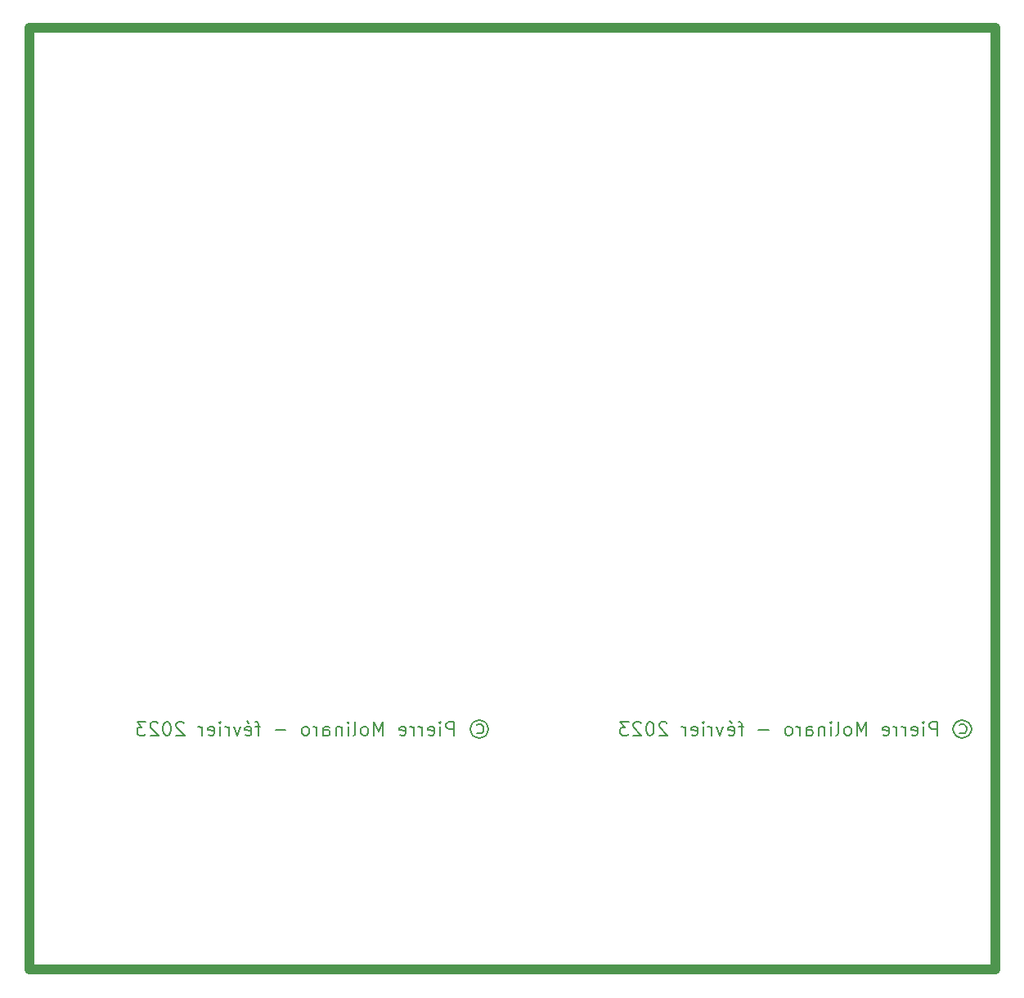
<source format=gbo>
%FSLAX24Y24*%
%MOIN*%
%ADD10C,0.0053*%
%ADD11C,0.0394*%
D10*
G01X4594Y9841D02*
X4620Y9788D01*
X4594Y9974D02*
X4594Y9841D01*
X4594Y10291D02*
X4779Y10079D01*
X4620Y9788D02*
X4647Y9762D01*
X4620Y10026D02*
X4594Y9974D01*
X4647Y9762D02*
X4700Y9735D01*
X4647Y10053D02*
X4620Y10026D01*
X4700Y9735D02*
X4858Y9735D01*
X4700Y10079D02*
X4647Y10053D01*
X4779Y10079D02*
X4700Y10079D01*
X4858Y9735D02*
X4911Y9762D01*
X4938Y9788D01*
X4938Y10291D02*
X4594Y10291D01*
X5123Y10132D02*
X5149Y10053D01*
X5123Y10185D02*
X5123Y10132D01*
X5149Y10053D02*
X5467Y9735D01*
X5149Y10238D02*
X5123Y10185D01*
X5176Y10265D02*
X5149Y10238D01*
X5229Y10291D02*
X5176Y10265D01*
X5361Y10291D02*
X5229Y10291D01*
X5414Y10265D02*
X5361Y10291D01*
X5440Y10238D02*
X5414Y10265D01*
X5467Y9735D02*
X5123Y9735D01*
X5652Y9947D02*
X5679Y9841D01*
X5652Y10079D02*
X5652Y9947D01*
X5679Y9841D02*
X5705Y9788D01*
X5679Y10185D02*
X5652Y10079D01*
X5705Y9788D02*
X5731Y9762D01*
X5705Y10238D02*
X5679Y10185D01*
X5731Y9762D02*
X5784Y9735D01*
X5731Y10265D02*
X5705Y10238D01*
X5784Y9735D02*
X5837Y9735D01*
X5784Y10291D02*
X5731Y10265D01*
X5837Y9735D02*
X5890Y9762D01*
X5837Y10291D02*
X5784Y10291D01*
X5890Y9762D02*
X5917Y9788D01*
X5890Y10265D02*
X5837Y10291D01*
X5917Y9788D02*
X5943Y9841D01*
X5917Y10238D02*
X5890Y10265D01*
X5943Y9841D02*
X5970Y9947D01*
X5943Y10185D02*
X5917Y10238D01*
X5970Y9947D02*
X5970Y10079D01*
X5943Y10185D01*
X6181Y10132D02*
X6208Y10053D01*
X6181Y10185D02*
X6181Y10132D01*
X6208Y10053D02*
X6525Y9735D01*
X6208Y10238D02*
X6181Y10185D01*
X6234Y10265D02*
X6208Y10238D01*
X6287Y10291D02*
X6234Y10265D01*
X6419Y10291D02*
X6287Y10291D01*
X6472Y10265D02*
X6419Y10291D01*
X6499Y10238D02*
X6472Y10265D01*
X6525Y9735D02*
X6181Y9735D01*
X7134Y10106D02*
X7081Y10106D01*
X7187Y10079D02*
X7134Y10106D01*
X7213Y10053D02*
X7187Y10079D01*
X7239Y9735D02*
X7239Y10106D01*
X7239Y10000D02*
X7213Y10053D01*
X7478Y9974D02*
X7742Y9921D01*
X7478Y10026D02*
X7478Y9974D01*
X7504Y9762D02*
X7557Y9735D01*
X7504Y10079D02*
X7478Y10026D01*
X7557Y9735D02*
X7663Y9735D01*
X7557Y10106D02*
X7504Y10079D01*
X7663Y9735D02*
X7716Y9762D01*
X7663Y10106D02*
X7557Y10106D01*
X7716Y9762D02*
X7742Y9815D01*
X7716Y10079D02*
X7663Y10106D01*
X7742Y9815D02*
X7742Y10026D01*
X7716Y10079D01*
X7954Y10265D02*
X7980Y10291D01*
X7980Y9735D02*
X7980Y10106D01*
X7980Y10238D02*
X7954Y10265D01*
X7980Y10291D02*
X7980Y10238D01*
X7980Y10291D02*
X8007Y10265D01*
X7980Y10238D01*
X8218Y10106D02*
X8165Y10106D01*
X8271Y10079D02*
X8218Y10106D01*
X8298Y10053D02*
X8271Y10079D01*
X8324Y9735D02*
X8324Y10106D01*
X8324Y10000D02*
X8298Y10053D01*
X8668Y9735D02*
X8536Y10106D01*
X8800Y10106D02*
X8668Y9735D01*
X8985Y9974D02*
X9250Y9921D01*
X8985Y10026D02*
X8985Y9974D01*
X9012Y9762D02*
X9065Y9735D01*
X9012Y10079D02*
X8985Y10026D01*
X9065Y9735D02*
X9171Y9735D01*
X9065Y10106D02*
X9012Y10079D01*
X9065Y10317D02*
X9144Y10238D01*
X9171Y9735D02*
X9224Y9762D01*
X9171Y10106D02*
X9065Y10106D01*
X9224Y9762D02*
X9250Y9815D01*
X9224Y10079D02*
X9171Y10106D01*
X9250Y9815D02*
X9250Y10026D01*
X9224Y10079D01*
X9462Y10291D02*
X9409Y10291D01*
X9515Y10265D02*
X9462Y10291D01*
X9541Y9735D02*
X9541Y10212D01*
X9515Y10265D01*
X9620Y10106D02*
X9409Y10106D01*
X10652Y9947D02*
X10229Y9947D01*
X11313Y9841D02*
X11340Y9788D01*
X11313Y10000D02*
X11313Y9841D01*
X11340Y9788D02*
X11366Y9762D01*
X11340Y10053D02*
X11313Y10000D01*
X11366Y9762D02*
X11419Y9735D01*
X11366Y10079D02*
X11340Y10053D01*
X11419Y9735D02*
X11499Y9735D01*
X11419Y10106D02*
X11366Y10079D01*
X11499Y9735D02*
X11552Y9762D01*
X11499Y10106D02*
X11419Y10106D01*
X11552Y9762D02*
X11578Y9788D01*
X11552Y10079D02*
X11499Y10106D01*
X11578Y9788D02*
X11604Y9841D01*
X11578Y10053D02*
X11552Y10079D01*
X11604Y9841D02*
X11604Y10000D01*
X11578Y10053D01*
X11816Y10106D02*
X11763Y10106D01*
X11869Y10079D02*
X11816Y10106D01*
X11895Y10053D02*
X11869Y10079D01*
X11922Y9735D02*
X11922Y10106D01*
X11922Y10000D02*
X11895Y10053D01*
X12187Y9735D02*
X12187Y10026D01*
X12187Y9762D02*
X12239Y9735D01*
X12187Y10026D02*
X12213Y10079D01*
X12266Y10106D01*
X12239Y9735D02*
X12372Y9735D01*
X12239Y9947D02*
X12187Y9974D01*
X12266Y10106D02*
X12372Y10106D01*
X12372Y9735D02*
X12425Y9762D01*
X12372Y9947D02*
X12239Y9947D01*
X12372Y10106D02*
X12425Y10079D01*
X12425Y9762D02*
X12451Y9815D01*
X12425Y9921D02*
X12372Y9947D01*
X12451Y9815D02*
X12451Y9868D01*
X12425Y9921D01*
X12689Y10026D02*
X12689Y9735D01*
X12716Y10079D02*
X12689Y10026D01*
X12769Y10106D02*
X12716Y10079D01*
X12848Y10106D02*
X12769Y10106D01*
X12901Y10079D02*
X12848Y10106D01*
X12927Y10053D02*
X12901Y10079D01*
X12927Y10106D02*
X12927Y9735D01*
X13165Y10265D02*
X13192Y10291D01*
X13192Y9735D02*
X13192Y10106D01*
X13192Y10238D02*
X13165Y10265D01*
X13192Y10291D02*
X13192Y10238D01*
X13192Y10291D02*
X13218Y10265D01*
X13192Y10238D01*
X13403Y9735D02*
X13456Y9762D01*
X13483Y9815D01*
X13483Y10291D01*
X13721Y9841D02*
X13747Y9788D01*
X13721Y10000D02*
X13721Y9841D01*
X13747Y9788D02*
X13774Y9762D01*
X13747Y10053D02*
X13721Y10000D01*
X13774Y9762D02*
X13827Y9735D01*
X13774Y10079D02*
X13747Y10053D01*
X13827Y9735D02*
X13906Y9735D01*
X13827Y10106D02*
X13774Y10079D01*
X13906Y9735D02*
X13959Y9762D01*
X13906Y10106D02*
X13827Y10106D01*
X13959Y9762D02*
X13985Y9788D01*
X13959Y10079D02*
X13906Y10106D01*
X13985Y9788D02*
X14012Y9841D01*
X13985Y10053D02*
X13959Y10079D01*
X14012Y9841D02*
X14012Y10000D01*
X13985Y10053D01*
X14250Y10291D02*
X14250Y9735D01*
X14435Y9894D02*
X14250Y10291D01*
X14620Y9735D02*
X14620Y10291D01*
X14435Y9894D01*
X15282Y9974D02*
X15546Y9921D01*
X15282Y10026D02*
X15282Y9974D01*
X15308Y9762D02*
X15361Y9735D01*
X15308Y10079D02*
X15282Y10026D01*
X15361Y9735D02*
X15467Y9735D01*
X15361Y10106D02*
X15308Y10079D01*
X15467Y9735D02*
X15520Y9762D01*
X15467Y10106D02*
X15361Y10106D01*
X15520Y9762D02*
X15546Y9815D01*
X15520Y10079D02*
X15467Y10106D01*
X15546Y9815D02*
X15546Y10026D01*
X15520Y10079D01*
X15758Y10106D02*
X15705Y10106D01*
X15811Y10079D02*
X15758Y10106D01*
X15837Y10053D02*
X15811Y10079D01*
X15864Y9735D02*
X15864Y10106D01*
X15864Y10000D02*
X15837Y10053D01*
X16102Y10106D02*
X16049Y10106D01*
X16155Y10079D02*
X16102Y10106D01*
X16181Y10053D02*
X16155Y10079D01*
X16208Y9735D02*
X16208Y10106D01*
X16208Y10000D02*
X16181Y10053D01*
X16446Y9974D02*
X16710Y9921D01*
X16446Y10026D02*
X16446Y9974D01*
X16472Y9762D02*
X16525Y9735D01*
X16472Y10079D02*
X16446Y10026D01*
X16525Y9735D02*
X16631Y9735D01*
X16525Y10106D02*
X16472Y10079D01*
X16631Y9735D02*
X16684Y9762D01*
X16631Y10106D02*
X16525Y10106D01*
X16684Y9762D02*
X16710Y9815D01*
X16684Y10079D02*
X16631Y10106D01*
X16710Y9815D02*
X16710Y10026D01*
X16684Y10079D01*
X16922Y10265D02*
X16948Y10291D01*
X16948Y9735D02*
X16948Y10106D01*
X16948Y10238D02*
X16922Y10265D01*
X16948Y10291D02*
X16948Y10238D01*
X16948Y10291D02*
X16975Y10265D01*
X16948Y10238D01*
X17187Y10106D02*
X17213Y10053D01*
X17187Y10185D02*
X17187Y10106D01*
X17213Y10053D02*
X17239Y10026D01*
X17213Y10238D02*
X17187Y10185D01*
X17239Y10026D02*
X17292Y10000D01*
X17239Y10265D02*
X17213Y10238D01*
X17292Y10000D02*
X17504Y10000D01*
X17292Y10291D02*
X17239Y10265D01*
X17504Y9735D02*
X17504Y10291D01*
X17292Y10291D01*
X18165Y10000D02*
X18192Y10132D01*
X18192Y9868D02*
X18165Y10000D01*
X18192Y10132D02*
X18271Y10265D01*
X18271Y9735D02*
X18192Y9868D01*
X18271Y10265D02*
X18403Y10344D01*
X18403Y9656D02*
X18271Y9735D01*
X18403Y10344D02*
X18536Y10370D01*
X18430Y10159D02*
X18483Y10185D01*
X18483Y9815D02*
X18430Y9841D01*
X18483Y10185D02*
X18589Y10185D01*
X18536Y9630D02*
X18403Y9656D01*
X18536Y10370D02*
X18668Y10344D01*
X18589Y9815D02*
X18483Y9815D01*
X18589Y10185D02*
X18642Y10159D01*
X18642Y9841D02*
X18589Y9815D01*
X18642Y10159D02*
X18694Y10106D01*
X18668Y9656D02*
X18536Y9630D01*
X18668Y10344D02*
X18800Y10265D01*
X18694Y9894D02*
X18642Y9841D01*
X18694Y10106D02*
X18721Y10053D01*
X18721Y9947D02*
X18694Y9894D01*
X18721Y10053D02*
X18721Y9947D01*
X18800Y9735D02*
X18668Y9656D01*
X18800Y10265D02*
X18880Y10132D01*
X18880Y9868D02*
X18800Y9735D01*
X18880Y10132D02*
X18906Y10000D01*
X18880Y9868D01*
X24279Y9841D02*
X24305Y9788D01*
X24279Y9974D02*
X24279Y9841D01*
X24279Y10291D02*
X24464Y10079D01*
X24305Y9788D02*
X24332Y9762D01*
X24305Y10026D02*
X24279Y9974D01*
X24332Y9762D02*
X24385Y9735D01*
X24332Y10053D02*
X24305Y10026D01*
X24385Y9735D02*
X24544Y9735D01*
X24385Y10079D02*
X24332Y10053D01*
X24464Y10079D02*
X24385Y10079D01*
X24544Y9735D02*
X24596Y9762D01*
X24623Y9788D01*
X24623Y10291D02*
X24279Y10291D01*
X24808Y10132D02*
X24835Y10053D01*
X24808Y10185D02*
X24808Y10132D01*
X24835Y10053D02*
X25152Y9735D01*
X24835Y10238D02*
X24808Y10185D01*
X24861Y10265D02*
X24835Y10238D01*
X24914Y10291D02*
X24861Y10265D01*
X25046Y10291D02*
X24914Y10291D01*
X25099Y10265D02*
X25046Y10291D01*
X25126Y10238D02*
X25099Y10265D01*
X25152Y9735D02*
X24808Y9735D01*
X25337Y9947D02*
X25364Y9841D01*
X25337Y10079D02*
X25337Y9947D01*
X25364Y9841D02*
X25390Y9788D01*
X25364Y10185D02*
X25337Y10079D01*
X25390Y9788D02*
X25417Y9762D01*
X25390Y10238D02*
X25364Y10185D01*
X25417Y9762D02*
X25469Y9735D01*
X25417Y10265D02*
X25390Y10238D01*
X25469Y9735D02*
X25522Y9735D01*
X25469Y10291D02*
X25417Y10265D01*
X25522Y9735D02*
X25575Y9762D01*
X25522Y10291D02*
X25469Y10291D01*
X25575Y9762D02*
X25602Y9788D01*
X25575Y10265D02*
X25522Y10291D01*
X25602Y9788D02*
X25628Y9841D01*
X25602Y10238D02*
X25575Y10265D01*
X25628Y9841D02*
X25655Y9947D01*
X25628Y10185D02*
X25602Y10238D01*
X25655Y9947D02*
X25655Y10079D01*
X25628Y10185D01*
X25866Y10132D02*
X25893Y10053D01*
X25866Y10185D02*
X25866Y10132D01*
X25893Y10053D02*
X26210Y9735D01*
X25893Y10238D02*
X25866Y10185D01*
X25919Y10265D02*
X25893Y10238D01*
X25972Y10291D02*
X25919Y10265D01*
X26104Y10291D02*
X25972Y10291D01*
X26157Y10265D02*
X26104Y10291D01*
X26184Y10238D02*
X26157Y10265D01*
X26210Y9735D02*
X25866Y9735D01*
X26819Y10106D02*
X26766Y10106D01*
X26872Y10079D02*
X26819Y10106D01*
X26898Y10053D02*
X26872Y10079D01*
X26924Y9735D02*
X26924Y10106D01*
X26924Y10000D02*
X26898Y10053D01*
X27163Y9974D02*
X27427Y9921D01*
X27163Y10026D02*
X27163Y9974D01*
X27189Y9762D02*
X27242Y9735D01*
X27189Y10079D02*
X27163Y10026D01*
X27242Y9735D02*
X27348Y9735D01*
X27242Y10106D02*
X27189Y10079D01*
X27348Y9735D02*
X27401Y9762D01*
X27348Y10106D02*
X27242Y10106D01*
X27401Y9762D02*
X27427Y9815D01*
X27401Y10079D02*
X27348Y10106D01*
X27427Y9815D02*
X27427Y10026D01*
X27401Y10079D01*
X27639Y10265D02*
X27665Y10291D01*
X27665Y9735D02*
X27665Y10106D01*
X27665Y10238D02*
X27639Y10265D01*
X27665Y10291D02*
X27665Y10238D01*
X27665Y10291D02*
X27692Y10265D01*
X27665Y10238D01*
X27903Y10106D02*
X27850Y10106D01*
X27956Y10079D02*
X27903Y10106D01*
X27983Y10053D02*
X27956Y10079D01*
X28009Y9735D02*
X28009Y10106D01*
X28009Y10000D02*
X27983Y10053D01*
X28353Y9735D02*
X28221Y10106D01*
X28485Y10106D02*
X28353Y9735D01*
X28670Y9974D02*
X28935Y9921D01*
X28670Y10026D02*
X28670Y9974D01*
X28697Y9762D02*
X28750Y9735D01*
X28697Y10079D02*
X28670Y10026D01*
X28750Y9735D02*
X28856Y9735D01*
X28750Y10106D02*
X28697Y10079D01*
X28750Y10317D02*
X28829Y10238D01*
X28856Y9735D02*
X28909Y9762D01*
X28856Y10106D02*
X28750Y10106D01*
X28909Y9762D02*
X28935Y9815D01*
X28909Y10079D02*
X28856Y10106D01*
X28935Y9815D02*
X28935Y10026D01*
X28909Y10079D01*
X29147Y10291D02*
X29094Y10291D01*
X29200Y10265D02*
X29147Y10291D01*
X29226Y9735D02*
X29226Y10212D01*
X29200Y10265D01*
X29305Y10106D02*
X29094Y10106D01*
X30337Y9947D02*
X29914Y9947D01*
X30999Y9841D02*
X31025Y9788D01*
X30999Y10000D02*
X30999Y9841D01*
X31025Y9788D02*
X31051Y9762D01*
X31025Y10053D02*
X30999Y10000D01*
X31051Y9762D02*
X31104Y9735D01*
X31051Y10079D02*
X31025Y10053D01*
X31104Y9735D02*
X31184Y9735D01*
X31104Y10106D02*
X31051Y10079D01*
X31184Y9735D02*
X31237Y9762D01*
X31184Y10106D02*
X31104Y10106D01*
X31237Y9762D02*
X31263Y9788D01*
X31237Y10079D02*
X31184Y10106D01*
X31263Y9788D02*
X31290Y9841D01*
X31263Y10053D02*
X31237Y10079D01*
X31290Y9841D02*
X31290Y10000D01*
X31263Y10053D01*
X31501Y10106D02*
X31448Y10106D01*
X31554Y10079D02*
X31501Y10106D01*
X31581Y10053D02*
X31554Y10079D01*
X31607Y9735D02*
X31607Y10106D01*
X31607Y10000D02*
X31581Y10053D01*
X31872Y9735D02*
X31872Y10026D01*
X31872Y9762D02*
X31924Y9735D01*
X31872Y10026D02*
X31898Y10079D01*
X31951Y10106D01*
X31924Y9735D02*
X32057Y9735D01*
X31924Y9947D02*
X31872Y9974D01*
X31951Y10106D02*
X32057Y10106D01*
X32057Y9735D02*
X32110Y9762D01*
X32057Y9947D02*
X31924Y9947D01*
X32057Y10106D02*
X32110Y10079D01*
X32110Y9762D02*
X32136Y9815D01*
X32110Y9921D02*
X32057Y9947D01*
X32136Y9815D02*
X32136Y9868D01*
X32110Y9921D01*
X32374Y10026D02*
X32374Y9735D01*
X32401Y10079D02*
X32374Y10026D01*
X32454Y10106D02*
X32401Y10079D01*
X32533Y10106D02*
X32454Y10106D01*
X32586Y10079D02*
X32533Y10106D01*
X32612Y10053D02*
X32586Y10079D01*
X32612Y10106D02*
X32612Y9735D01*
X32850Y10265D02*
X32877Y10291D01*
X32877Y9735D02*
X32877Y10106D01*
X32877Y10238D02*
X32850Y10265D01*
X32877Y10291D02*
X32877Y10238D01*
X32877Y10291D02*
X32903Y10265D01*
X32877Y10238D01*
X33088Y9735D02*
X33141Y9762D01*
X33168Y9815D01*
X33168Y10291D01*
X33406Y9841D02*
X33432Y9788D01*
X33406Y10000D02*
X33406Y9841D01*
X33432Y9788D02*
X33459Y9762D01*
X33432Y10053D02*
X33406Y10000D01*
X33459Y9762D02*
X33512Y9735D01*
X33459Y10079D02*
X33432Y10053D01*
X33512Y9735D02*
X33591Y9735D01*
X33512Y10106D02*
X33459Y10079D01*
X33591Y9735D02*
X33644Y9762D01*
X33591Y10106D02*
X33512Y10106D01*
X33644Y9762D02*
X33670Y9788D01*
X33644Y10079D02*
X33591Y10106D01*
X33670Y9788D02*
X33697Y9841D01*
X33670Y10053D02*
X33644Y10079D01*
X33697Y9841D02*
X33697Y10000D01*
X33670Y10053D01*
X33935Y10291D02*
X33935Y9735D01*
X34120Y9894D02*
X33935Y10291D01*
X34305Y9735D02*
X34305Y10291D01*
X34120Y9894D01*
X34967Y9974D02*
X35231Y9921D01*
X34967Y10026D02*
X34967Y9974D01*
X34993Y9762D02*
X35046Y9735D01*
X34993Y10079D02*
X34967Y10026D01*
X35046Y9735D02*
X35152Y9735D01*
X35046Y10106D02*
X34993Y10079D01*
X35152Y9735D02*
X35205Y9762D01*
X35152Y10106D02*
X35046Y10106D01*
X35205Y9762D02*
X35231Y9815D01*
X35205Y10079D02*
X35152Y10106D01*
X35231Y9815D02*
X35231Y10026D01*
X35205Y10079D01*
X35443Y10106D02*
X35390Y10106D01*
X35496Y10079D02*
X35443Y10106D01*
X35522Y10053D02*
X35496Y10079D01*
X35549Y9735D02*
X35549Y10106D01*
X35549Y10000D02*
X35522Y10053D01*
X35787Y10106D02*
X35734Y10106D01*
X35840Y10079D02*
X35787Y10106D01*
X35866Y10053D02*
X35840Y10079D01*
X35893Y9735D02*
X35893Y10106D01*
X35893Y10000D02*
X35866Y10053D01*
X36131Y9974D02*
X36395Y9921D01*
X36131Y10026D02*
X36131Y9974D01*
X36157Y9762D02*
X36210Y9735D01*
X36157Y10079D02*
X36131Y10026D01*
X36210Y9735D02*
X36316Y9735D01*
X36210Y10106D02*
X36157Y10079D01*
X36316Y9735D02*
X36369Y9762D01*
X36316Y10106D02*
X36210Y10106D01*
X36369Y9762D02*
X36395Y9815D01*
X36369Y10079D02*
X36316Y10106D01*
X36395Y9815D02*
X36395Y10026D01*
X36369Y10079D01*
X36607Y10265D02*
X36633Y10291D01*
X36633Y9735D02*
X36633Y10106D01*
X36633Y10238D02*
X36607Y10265D01*
X36633Y10291D02*
X36633Y10238D01*
X36633Y10291D02*
X36660Y10265D01*
X36633Y10238D01*
X36872Y10106D02*
X36898Y10053D01*
X36872Y10185D02*
X36872Y10106D01*
X36898Y10053D02*
X36924Y10026D01*
X36898Y10238D02*
X36872Y10185D01*
X36924Y10026D02*
X36977Y10000D01*
X36924Y10265D02*
X36898Y10238D01*
X36977Y10000D02*
X37189Y10000D01*
X36977Y10291D02*
X36924Y10265D01*
X37189Y9735D02*
X37189Y10291D01*
X36977Y10291D01*
X37850Y10000D02*
X37877Y10132D01*
X37877Y9868D02*
X37850Y10000D01*
X37877Y10132D02*
X37956Y10265D01*
X37956Y9735D02*
X37877Y9868D01*
X37956Y10265D02*
X38088Y10344D01*
X38088Y9656D02*
X37956Y9735D01*
X38088Y10344D02*
X38221Y10370D01*
X38115Y10159D02*
X38168Y10185D01*
X38168Y9815D02*
X38115Y9841D01*
X38168Y10185D02*
X38274Y10185D01*
X38221Y9630D02*
X38088Y9656D01*
X38221Y10370D02*
X38353Y10344D01*
X38274Y9815D02*
X38168Y9815D01*
X38274Y10185D02*
X38327Y10159D01*
X38327Y9841D02*
X38274Y9815D01*
X38327Y10159D02*
X38379Y10106D01*
X38353Y9656D02*
X38221Y9630D01*
X38353Y10344D02*
X38485Y10265D01*
X38379Y9894D02*
X38327Y9841D01*
X38379Y10106D02*
X38406Y10053D01*
X38406Y9947D02*
X38379Y9894D01*
X38406Y10053D02*
X38406Y9947D01*
X38485Y9735D02*
X38353Y9656D01*
X38485Y10265D02*
X38565Y10132D01*
X38565Y9868D02*
X38485Y9735D01*
X38565Y10132D02*
X38591Y10000D01*
X38565Y9868D01*
D11*
G01X197Y197D02*
X197Y38583D01*
X39567Y38583D01*
X39567Y197D01*
X197Y197D01*
M02*

</source>
